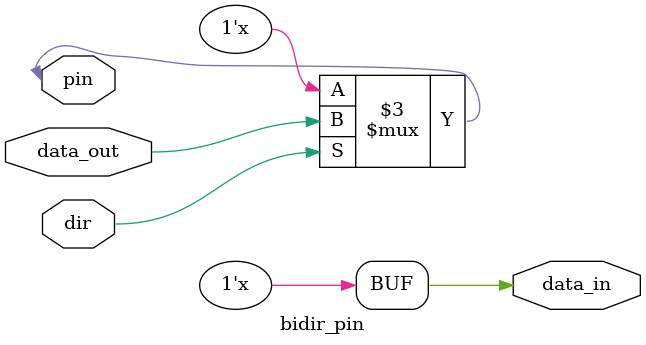
<source format=v>
module bidir_pin #(
    parameter WIDTH = 1
)(
    inout wire [WIDTH-1:0] pin,
    input wire dir,
    input wire [WIDTH-1:0] data_out,
    output reg [WIDTH-1:0] data_in
);
    always @* begin
        if(dir)
            pin <= data_out;
        else
            data_in = pin;
    end
endmodule
</source>
